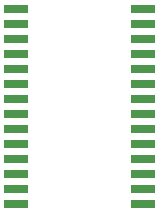
<source format=gbr>
%TF.GenerationSoftware,KiCad,Pcbnew,(6.0.11)*%
%TF.CreationDate,2024-01-03T21:36:34+00:00*%
%TF.ProjectId,BBCB-SWRAM-32,42424342-2d53-4575-9241-4d2d33322e6b,rev?*%
%TF.SameCoordinates,Original*%
%TF.FileFunction,Paste,Top*%
%TF.FilePolarity,Positive*%
%FSLAX46Y46*%
G04 Gerber Fmt 4.6, Leading zero omitted, Abs format (unit mm)*
G04 Created by KiCad (PCBNEW (6.0.11)) date 2024-01-03 21:36:34*
%MOMM*%
%LPD*%
G01*
G04 APERTURE LIST*
%ADD10R,2.107000X0.700000*%
G04 APERTURE END LIST*
D10*
%TO.C,U2*%
X154763000Y-65521000D03*
X154763000Y-66791000D03*
X154763000Y-68061000D03*
X154763000Y-69331000D03*
X154763000Y-70601000D03*
X154763000Y-71871000D03*
X154763000Y-73141000D03*
X154763000Y-74411000D03*
X154763000Y-75681000D03*
X154763000Y-76951000D03*
X154763000Y-78221000D03*
X154763000Y-79491000D03*
X154763000Y-80761000D03*
X154763000Y-82031000D03*
X165507000Y-82031000D03*
X165507000Y-80761000D03*
X165507000Y-79491000D03*
X165507000Y-78221000D03*
X165507000Y-76951000D03*
X165507000Y-75681000D03*
X165507000Y-74411000D03*
X165507000Y-73141000D03*
X165507000Y-71871000D03*
X165507000Y-70601000D03*
X165507000Y-69331000D03*
X165507000Y-68061000D03*
X165507000Y-66791000D03*
X165507000Y-65521000D03*
%TD*%
M02*

</source>
